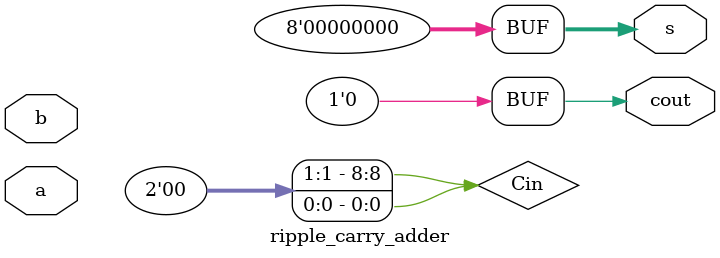
<source format=v>
/* full adder for 1-bit addition */
module full_adder(a, b, cin, s, cout);
  
input a;
input b;
input cin;
output s;
output cout;

wire xor1_out, and1_out, and2_out;

xor xor1(xor1_out, a, b);
xor xor2(s, xor1_out, cin);
and and1(and1_out, cin, xor1_out);
and and2(and2_out, a, b);
or or1(cout, and1_out, and2_out);

endmodule

/* ripple carry adder for 8-bits addition */
module ripple_carry_adder(a, b, s, cout);

parameter bit_width = 8;

input  [bit_width-1:0] a;
input  [bit_width-1:0] b;
output [bit_width-1:0] s = 0;
output cout = 0;

wire   [bit_width:0] Cin;
assign Cin[0] = 1'b0;

genvar i;
generate
	for(i = 0; i < bit_width; i++) begin
		full_adder fa(a[i], b[i], Cin[i], s[i], Cin[i+1]);
	end
endgenerate

assign cout = Cin[bit_width];

endmodule

</source>
